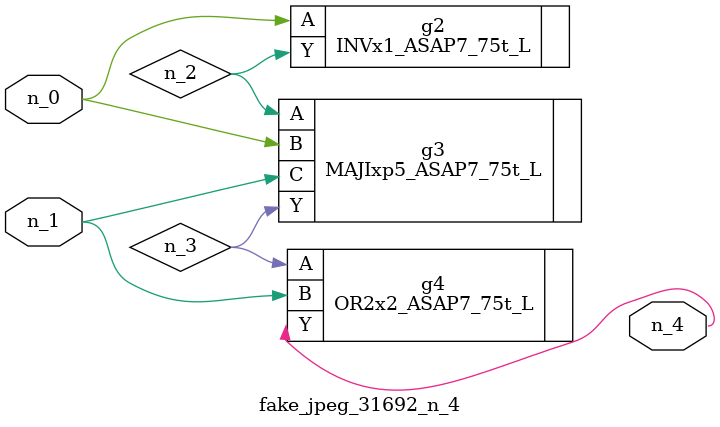
<source format=v>
module fake_jpeg_31692_n_4 (n_0, n_1, n_4);

input n_0;
input n_1;

output n_4;

wire n_2;
wire n_3;

INVx1_ASAP7_75t_L g2 ( 
.A(n_0),
.Y(n_2)
);

MAJIxp5_ASAP7_75t_L g3 ( 
.A(n_2),
.B(n_0),
.C(n_1),
.Y(n_3)
);

OR2x2_ASAP7_75t_L g4 ( 
.A(n_3),
.B(n_1),
.Y(n_4)
);


endmodule
</source>
